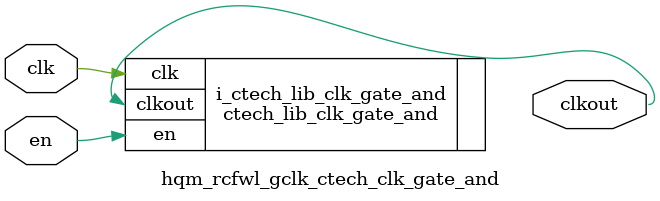
<source format=sv>


////////////////////////////////////////////////////////////////////////////////////////////////////
////////////////////////////////////////////////////////////////////////////////////////////////////

//`timescale 1ps/1ps

////////////////////////////////////////////////////////////////////////////////////////////////////
////////////////////////////////////////////////////////////////////////////////////////////////////
`ifndef HQM_RCFWL_GCLK_MAP
`define HQM_RCFWL_GCLK_MAP
 
 module hqm_rcfwl_gclk_ctech_lib_doublesync #(

           parameter int      WIDTH=1,
           parameter int      MIN_PERIOD=0,
           parameter bit      SINGLE_BUS_META=0,
//    Override Parameters These have define and plusarg overrides
//    Defines reverse the default value for a parameter
           parameter bit      METASTABILITY_EN=0,
// Keeping the PUSE_WIDTH_CHECK parameter for backward comaptibly but is has no funtionalty
           parameter bit      PULSE_WIDTH_CHECK=0,
           parameter bit      ENABLE_3TO1=1,
           parameter bit      PLUS1_ONLY=0,
           parameter bit      MINUS1_ONLY=0,
           parameter bit      TX_MODE=0
 )  (
   input  logic            clk,
   input  logic [WIDTH-1:0]  d,
   output logic [WIDTH-1:0]  o
 );
   ctech_lib_doublesync #(
           .WIDTH(WIDTH),
           .MIN_PERIOD(MIN_PERIOD),
           .SINGLE_BUS_META(SINGLE_BUS_META),
           .METASTABILITY_EN(METASTABILITY_EN),
           .PULSE_WIDTH_CHECK(PULSE_WIDTH_CHECK),
           .ENABLE_3TO1(ENABLE_3TO1),
           .PLUS1_ONLY(PLUS1_ONLY),
           .MINUS1_ONLY(MINUS1_ONLY),
           .TX_MODE(TX_MODE)
   )
   i_ctech_lib_doublesync
      (
       .d     ( d),
       .clk   ( clk ),
       .o     ( o )
      );



endmodule
 






module hqm_rcfwl_gclk_ctech_doublesync_rst (
    input  logic d,
    input  logic clr_b,
    input  logic clk,
    output logic q
);

    ctech_lib_doublesync_rst ctech_lib_doublesync_rst ( .d(d) , .rst(~clr_b) , .clk(clk) , .o(q) );

endmodule // gclk_ctech_doublesync_rst


////////////////////////////////////////////////////////////////////////////////////////////////////
////////////////////////////////////////////////////////////////////////////////////////////////////

module hqm_rcfwl_gclk_ctech_or2_gen (
    input  logic a,
    input  logic b,
    output logic y
);

    ctech_lib_or2 ctech_lib_or2 ( .a(a) , .b(b) , .o(y) );

endmodule

////////////////////////////////////////////////////////////////////////////////////////////////////
////////////////////////////////////////////////////////////////////////////////////////////////////

module hqm_rcfwl_gclk_ctech_and2_gen (
    input  logic a,
    input  logic b,
    output logic y
);


   ctech_lib_and2 ctech_lib_and2 ( .a(a) , .b(b) , .o(y) );

endmodule

////////////////////////////////////////////////////////////////////////////////////////////////////
////////////////////////////////////////////////////////////////////////////////////////////////////

////// added by KC for the gclk_clkdist dir

module hqm_rcfwl_gclk_ctech_msff_async_rst_set( input logic d,
                                              input logic clk,
                                              input logic rst,
                                              input logic set,
                                              output logic o);
  
   ctech_lib_msff_async_rst_set ctech_lib_msff_async_rst_set  (.d(d), .clk(clk), .rst(rst), .set(set), .o(o));
   
endmodule

module hqm_rcfwl_gclk_ctech_glbdrvqclk(
    output logic soft_high_out,
    output logic clkout,
    output logic clkfree,
    input logic  clkin,
    input logic  clken,
    input logic  scanclk,
    input logic  clkenfree );

    ctech_lib_glbdrvqclk i_ctech_lib_glbdrvqclk (
        .soft_high_out (soft_high_out),
        .clkout(clkout),
        .clkfree(clkfree),
        .clkin(clkin),
        .clken(clken),
        .scanclk(scanclk),
        .clkenfree(clkenfree) );
        
endmodule
module hqm_rcfwl_gclk_ctech_lib_glbdrvdclk(
    output logic soft_high_out,
    output logic clkout,
    output logic clkfree,
    input logic  clkdivrst,
    input logic  clkin,
    input logic  clken,
    input logic  scanclk,
    input logic  clkenfree );


        ctech_lib_glbdrvdclk i_ctech_lib_glbdrvdclk (
                        .soft_high_out (soft_high_out),
                        .clkout(clkout),
                        .clkfree(clkfree),
                        .clkdivrst(clkdivrst),
                        .clkin(clkin),
                        .clken(clken),
                        .scanclk(scanclk),
                        .clkenfree(clkenfree) );
      
endmodule

module hqm_rcfwl_gclk_ctech_lib_glbdrvqclk(
    output logic soft_high_out,
    output logic clkout,
    output logic clkfree,
    input logic  clkin,
    input logic  clken,
    input logic  scanclk,
    input logic  clkenfree );


        ctech_lib_glbdrvqclk i_ctech_lib_glbdrvqclk (
                        .soft_high_out (soft_high_out),
                        .clkout(clkout),
                        .clkfree(clkfree),
                        .clkin(clkin),
                        .clken(clken),
                        .scanclk(scanclk),
                        .clkenfree(clkenfree) );
      
endmodule


module hqm_rcfwl_gclk_ctech_glbdrvdiv3 ( input logic clkin,
                                 input logic clkdivrst,
                                 input logic clken,
                                 input logic clkenfree,
                                 input logic scanclk,
                                 output logic clkfree,
                                 output logic clkout,
                                  output logic soft_high_out
                                  );

   ctech_lib_glbdrvdiv3 i_ctech_lib_glbdrvdiv3  (.clkin (clkin) ,
                                                  .clkdivrst(clkdivrst),
                                                  .clken(clken),
                                                  .clkenfree (clkenfree),
                                                  .scanclk (scanclk) ,
                                                  .clkfree (clkfree),
                                                  .clkout (clkout),
                                                  .soft_high_out (soft_high_out)
                                                   );
endmodule



module hqm_rcfwl_gclk_ctech_glbdrvdiv4or2ls(
    output logic soft_high_out,
    output logic clkout,
    output logic clkfree,
    input logic  clkin,
    input logic  clken,
    input logic  div2,
    input logic  clkdivrst,
    input logic  scanclk,
    input logic  clkenfree );
    
   ctech_lib_glbdrvdiv4or2ls ctech_lib_glbdrvdiv4or2ls(
        .soft_high_out(soft_high_out),
        .clkout(clkout),
        .clkfree(clkfree),
        .clkin(clkin),
        .clken(clken),
        .div2(div2),
        .clkdivrst(clkdivrst),
        .scanclk(scanclk),
        .clkenfree(clkenfree) );
    
    
 endmodule   


module hqm_rcfwl_gclk_ctech_clk_and_en (input logic clk,
                              input logic en,
                              output logic clkout);

   ctech_lib_clk_and_en ctech_lib_clk_and_en (.clkout(clkout),
                                              .clk   (clk),
                                              .en    (en));

endmodule

module hqm_rcfwl_gclk_ctech_clk_and_en_lcb (input logic clk,
                              input logic en,
                              output logic clkout);

   ctech_lib_clk_and_en_lcb ctech_lib_clk_and_en_lcb (.clkout(clkout),
                                                      .clk   (clk),
                                                      .en    (en));

endmodule

module hqm_rcfwl_gclk_ctech_clk_or (input logic clk1,
                          input logic clk2,
                          output logic clkout);

   ctech_lib_clk_or ctech_lib_clk_or(.clk1(clk1),
                                     .clk2(clk2),
                                     .clkout(clkout));

endmodule

module hqm_rcfwl_gclk_ctech_clock_mux2 (input  logic  clk1 , 
                                input  logic  clk2,  
                                input  logic  sa,        
                                output logic  clkout);
                                  
 ctech_lib_clock_mux2  ctech_lib_clock_mux2(.clk1 (clk1),
                                                   .clk2 (clk2),
                                                   .sa (sa),
                                                   .clkout (clkout));

endmodule

module hqm_rcfwl_gclk_ctech_clk_div2_reset(input logic clk,
                                 input logic rst,
                                 input logic in,
                                 output logic clkout);

                                         
ctech_lib_clk_div2_reset i_pos (.clk    (clk),
                                .rst    (rst),
                                .in     (in),
                                .clkout (clkout) );

endmodule



module hqm_rcfwl_gclk_ctech_rcb_and (input logic clkb,
                           input logic en,
                           input logic fd,
                           input logic rd,
                           output logic clkout);

   ctech_lib_rcb_and ctech_lib_rcb_and (.clkout(clkout),
                                        .clkb(clkb),
                                        .en(en),
                                        .fd(fd),
                                        .rd(rd));
endmodule

module hqm_rcfwl_gclk_ctech_rcb(input logic clkb,  
                      input logic en,    
                      input logic fd,    
                      input logic rd,    
                      output logic clkout);

   ctech_lib_rcb ctech_lib_rcb (.clkout(clkout),
                                .clkb(clkb),
                                .en(en),
                                .fd(fd),
                                .rd(rd));
endmodule

module hqm_rcfwl_gclk_ctech_rcb_and_lcp4 (input logic clkb,
                           input logic en,
                           input logic fd0,
                           input logic rd0,
                           input logic fd1,
                           input logic rd1,
                           output logic clkout);

   logic latrcbenL;

// HSD #1209644942 change ctech latch to behavioral RTL
//    ctech_lib_latch_p ctech_lib_latch_p (
//                .o(enL),
//               .d(en),
//               .clkb(clkb));
   always_latch 
    begin
     if (~(clkb)) latrcbenL <= en;
    end
    
   ctech_lib_rcb_lcp4 ctech_lib_rcb_lcp4 (.clkout(clkout),
                                        .clk(clkb),
                                        .en(latrcbenL),
                                   .fd0(fd0),
                                   .rd0(rd0),
                                   .fd1(fd1),
                                   .rd1(rd1));
endmodule

module hqm_rcfwl_gclk_ctech_rcb_lcp4(input logic clkb,
                      input logic en,
                      input logic fd0,
                      input logic rd0,
                           input logic fd1,
                           input logic rd1,
                      output logic clkout);

   ctech_lib_rcb_lcp4 ctech_lib_rcb_lcp4 (.clkout(clkout),
                                .clk(clkb),
                                .en(en),
                                .fd0(fd0),
                                .rd0(rd0),
                                .fd1(fd1),
                                .rd1(rd1));
endmodule

   

module hqm_rcfwl_gclk_ctech_clk_inv (input logic clk,   
                           output logic clkout);
   
   ctech_lib_clk_inv ctech_lib_clk_inv (.clkout(clkout),
                                        .clk(clk));
endmodule
   
   
module hqm_rcfwl_gclk_ctech_clk_flop (input logic clk,
                            input logic d,
                            output logic clkout); 

   ctech_lib_clk_flop  ctech_lib_clk_flop (.d(d),
                                          .clkout(clkout),
                                          .clk(clk));
endmodule

module  hqm_rcfwl_gclk_ctech_clk_ffb (input logic clk,
                            input logic in,
                            output logic clkout); 

   ctech_lib_clk_ffb  ctech_lib_clk_ffb (.in(in),
                                          .clkout(clkout),
                                          .clk(clk));
endmodule


module hqm_rcfwl_gclk_ctech_lib_doublesync_rstb (input logic d,
                                        input logic clk,
                                        input logic rstb,
                                        output logic o);
   ctech_lib_doublesync_rstb ctech_lib_doublesync_rstb (.d(d), .clk(clk), .rstb(rstb), .o(o));
   
endmodule // gclk_ctech_doublesync_rstb

module hqm_rcfwl_gclk_ctech_sdg_programmable_delay_clk_buf
(
     input logic clk,
     input logic rsel0,
     input logic rsel1,
     input logic rsel10,
     input logic rsel11,
     input logic rsel12,
     input logic rsel13,
     input logic rsel14,
     input logic rsel2,
     input logic rsel3,
     input logic rsel4,
     input logic rsel5,
     input logic rsel6,
     input logic rsel7,
     input logic rsel8,
     input logic rsel9,
     output logic clkout
);

  ctech_lib_sdg_programmable_delay_clk_buf ctech_lib_sdg_programmable_delay_clk_buf
      (
      .clk(clk),
      .rsel0(rsel0),
      .rsel1(rsel1),
      .rsel10(rsel10),
      .rsel11(rsel11),
      .rsel12(rsel12),
      .rsel13(rsel13),
      .rsel14(rsel14),
      .rsel2(rsel2),
      .rsel3(rsel3),
      .rsel4(rsel4),
      .rsel5(rsel5),
      .rsel6(rsel6),
      .rsel7(rsel7),
      .rsel8(rsel8),
      .rsel9(rsel9),
      .clkout(clkout)
); 
endmodule
module hqm_rcfwl_gclk_ctech_clock_mux2_glitch_free ( input  logic  clk1 , 
                                input  logic  clk2,  
                                input  logic  sel1,
                                input  logic  sel2,      
                                output logic  clkout);
                                  
  ctech_lib_clock_mux2_glitch_free  ctech_lib_clock_mux2_glitch_free (
                                                   .clk1 (clk1),
                                                   .clk2 (clk2),
                                                   .sel1(sel1),
                                                   .sel2 (sel2),
                                                   .clkout (clkout));

endmodule
module  hqm_rcfwl_gclk_ctech_lib_latch_async_rst 
      (
        input  clk,
        input  d , 
        input  rb,
        output o
       );
 ctech_lib_latch_async_rst  ctech_lib_latch_async_rst(  
                            .clk (clk),
                            .d(d),
                            .rb(rb),
                            .o(o));
 endmodule
 
 
module hqm_rcfwl_gclk_ctech_clk_nor_en  (
 output clkout,
 input en, 
 input clk
 );
 ctech_lib_clk_nor_en ctech_lib_clk_nor_en(
               .clkout(clkout),
               .en(en),
               .clk(clk));      
 endmodule 
 
 module  hqm_rcfwl_gclk_ctech_mux_2to1( 
                 input d1,
                 input d2,
                 input s,
                 output o );
                 
 ctech_lib_mux_2to1 ctech_lib_mux_2to1 (
              .d1(d1),
              .d2(d2),
              .s(s),
              .o(o));
endmodule
module hqm_rcfwl_gclk_ctech_clk_buf (
                   input clk,
                   output clkout
                   ); 
 ctech_lib_clk_buf i_ctech_lib_buf_2to1(
                   .clk(clk),
                   .clkout (clkout)
                   );   
endmodule 
 module hqm_rcfwl_gclk_ctech_clk_gate_and (
                     input clk,
                     input  en,
                     output clkout                 
                      );
                      
  ctech_lib_clk_gate_and   i_ctech_lib_clk_gate_and  (
                     .clk (clk),
                     .en (en),
                     .clkout (clkout)
                     );   
 endmodule                  
`endif
  

</source>
